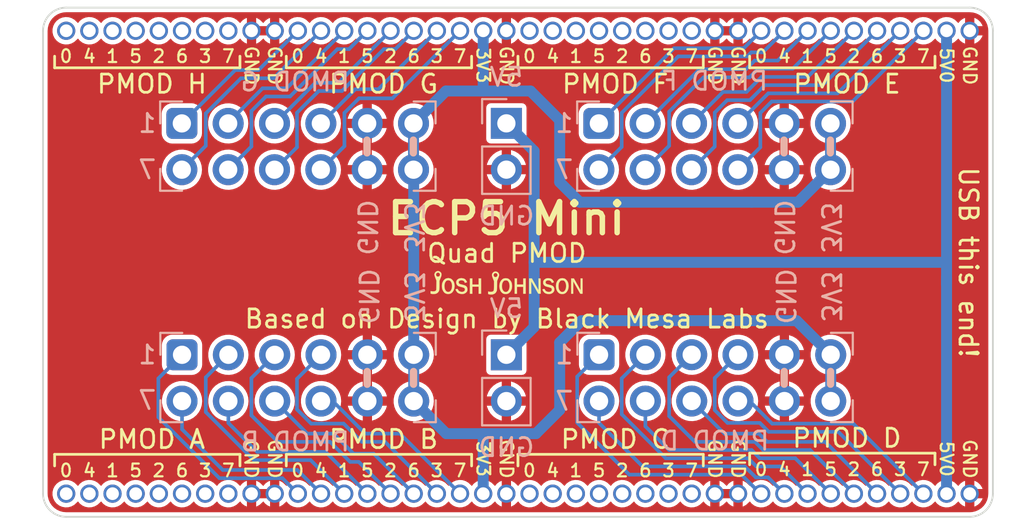
<source format=kicad_pcb>
(kicad_pcb (version 20200916) (generator pcbnew)
  (title_block (title "Quad PMOD") (date "2020-09-20") (rev "0.1") (company "Josh Johnson"))
  (layers (0 "F.Cu" signal) (31 "B.Cu" signal) (34 "B.Paste" user) (35 "F.Paste" user) (36 "B.SilkS" user) (37 "F.SilkS" user) (38 "B.Mask" user) (39 "F.Mask" user) (44 "Edge.Cuts" user))
  (net 0 "")
  (net 1 "/PORT_B0")
  (net 2 "/PORT_B4")
  (net 3 "/PORT_B1")
  (net 4 "/PORT_B5")
  (net 5 "/PORT_B2")
  (net 6 "/PORT_B6")
  (net 7 "/PORT_B3")
  (net 8 "/PORT_B7")
  (net 9 "/PORT_C0")
  (net 10 "/PORT_C4")
  (net 11 "/PORT_C1")
  (net 12 "/PORT_C5")
  (net 13 "/PORT_C2")
  (net 14 "/PORT_C6")
  (net 15 "/PORT_C3")
  (net 16 "/PORT_C7")
  (net 17 "/PORT_D0")
  (net 18 "/PORT_D4")
  (net 19 "/PORT_D1")
  (net 20 "/PORT_D5")
  (net 21 "/PORT_D2")
  (net 22 "/PORT_D6")
  (net 23 "/PORT_D3")
  (net 24 "/PORT_D7")
  (net 25 "/PORT_G0")
  (net 26 "/PORT_G4")
  (net 27 "/PORT_G1")
  (net 28 "/PORT_G5")
  (net 29 "/PORT_G2")
  (net 30 "/PORT_G6")
  (net 31 "/PORT_G3")
  (net 32 "/PORT_G7")
  (net 33 "/PORT_F0")
  (net 34 "/PORT_F4")
  (net 35 "/PORT_F1")
  (net 36 "/PORT_F5")
  (net 37 "/PORT_F2")
  (net 38 "/PORT_F6")
  (net 39 "/PORT_F3")
  (net 40 "/PORT_F7")
  (net 41 "/PORT_E0")
  (net 42 "GND")
  (net 43 "+5V")
  (net 44 "/PORT_E4")
  (net 45 "/PORT_E1")
  (net 46 "/PORT_E5")
  (net 47 "/PORT_E2")
  (net 48 "+3V3")
  (net 49 "/PORT_E6")
  (net 50 "/PORT_E3")
  (net 51 "/PORT_E7")
  (net 52 "/PORT_H7")
  (net 53 "/PORT_H3")
  (net 54 "/PORT_H6")
  (net 55 "/PORT_H2")
  (net 56 "/PORT_H5")
  (net 57 "/PORT_H1")
  (net 58 "/PORT_H4")
  (net 59 "/PORT_H0")
  (net 60 "/PORT_A0")
  (net 61 "/PORT_A4")
  (net 62 "/PORT_A1")
  (net 63 "/PORT_A5")
  (net 64 "/PORT_A2")
  (net 65 "/PORT_A6")
  (net 66 "/PORT_A3")
  (net 67 "/PORT_A7")
  (module "josh-connectors:ECP5-Mini-Edge-40x1.27" (layer "F.Cu") (at 117.348 80.264 90)
    (fp_text reference "J4" hide)
    (fp_text value "S7 Mini")
    (pad "1" thru_hole circle (at 1.27 0 90) (size 1 1) (drill 0.7) (layers *.Cu *.Mask) (net 59 "/PORT_H0") (clearance 0.25))
    (pad "2" thru_hole oval (at 1.27 1.27 90) (size 1 1) (drill 0.7) (layers *.Cu *.Mask) (net 58 "/PORT_H4") (clearance 0.25))
    (pad "3" thru_hole oval (at 1.27 2.54 90) (size 1 1) (drill 0.7) (layers *.Cu *.Mask) (net 57 "/PORT_H1") (clearance 0.25))
    (pad "4" thru_hole oval (at 1.27 3.81 90) (size 1 1) (drill 0.7) (layers *.Cu *.Mask) (net 56 "/PORT_H5") (clearance 0.25))
    (pad "5" thru_hole oval (at 1.27 5.08 90) (size 1 1) (drill 0.7) (layers *.Cu *.Mask) (net 55 "/PORT_H2") (clearance 0.25))
    (pad "6" thru_hole oval (at 1.27 6.35 90) (size 1 1) (drill 0.7) (layers *.Cu *.Mask) (net 54 "/PORT_H6") (clearance 0.25))
    (pad "7" thru_hole oval (at 1.27 7.62 90) (size 1 1) (drill 0.7) (layers *.Cu *.Mask) (net 53 "/PORT_H3") (clearance 0.25))
    (pad "8" thru_hole oval (at 1.27 8.89 90) (size 1 1) (drill 0.7) (layers *.Cu *.Mask) (net 52 "/PORT_H7") (clearance 0.25))
    (pad "9" thru_hole oval (at 1.27 10.16 90) (size 1 1) (drill 0.7) (layers *.Cu *.Mask) (net 42 "GND") (clearance 0.25))
    (pad "10" thru_hole oval (at 1.27 11.43 90) (size 1 1) (drill 0.7) (layers *.Cu *.Mask) (net 42 "GND") (clearance 0.25))
    (pad "11" thru_hole oval (at 1.27 12.7 90) (size 1 1) (drill 0.7) (layers *.Cu *.Mask) (net 25 "/PORT_G0") (clearance 0.25))
    (pad "12" thru_hole oval (at 1.27 13.97 90) (size 1 1) (drill 0.7) (layers *.Cu *.Mask) (net 26 "/PORT_G4") (clearance 0.25))
    (pad "13" thru_hole oval (at 1.27 15.24 90) (size 1 1) (drill 0.7) (layers *.Cu *.Mask) (net 27 "/PORT_G1") (clearance 0.25))
    (pad "14" thru_hole oval (at 1.27 16.51 90) (size 1 1) (drill 0.7) (layers *.Cu *.Mask) (net 28 "/PORT_G5") (clearance 0.25))
    (pad "15" thru_hole oval (at 1.27 17.78 90) (size 1 1) (drill 0.7) (layers *.Cu *.Mask) (net 29 "/PORT_G2") (clearance 0.25))
    (pad "16" thru_hole oval (at 1.27 19.05 90) (size 1 1) (drill 0.7) (layers *.Cu *.Mask) (net 30 "/PORT_G6") (clearance 0.25))
    (pad "17" thru_hole oval (at 1.27 20.32 90) (size 1 1) (drill 0.7) (layers *.Cu *.Mask) (net 31 "/PORT_G3") (clearance 0.25))
    (pad "18" thru_hole oval (at 1.27 21.59 90) (size 1 1) (drill 0.7) (layers *.Cu *.Mask) (net 32 "/PORT_G7"))
    (pad "19" thru_hole oval (at 1.27 22.86 90) (size 1 1) (drill 0.7) (layers *.Cu *.Mask) (net 48 "+3V3"))
    (pad "20" thru_hole oval (at 1.27 24.13 90) (size 1 1) (drill 0.7) (layers *.Cu *.Mask) (net 42 "GND"))
    (pad "21" thru_hole oval (at 1.27 25.4 90) (size 1 1) (drill 0.7) (layers *.Cu *.Mask) (net 33 "/PORT_F0") (clearance 0.25))
    (pad "22" thru_hole oval (at 1.27 26.67 90) (size 1 1) (drill 0.7) (layers *.Cu *.Mask) (net 34 "/PORT_F4") (clearance 0.25))
    (pad "23" thru_hole oval (at 1.27 27.94 90) (size 1 1) (drill 0.7) (layers *.Cu *.Mask) (net 35 "/PORT_F1") (clearance 0.25))
    (pad "24" thru_hole oval (at 1.27 29.21 90) (size 1 1) (drill 0.7) (layers *.Cu *.Mask) (net 36 "/PORT_F5") (clearance 0.25))
    (pad "25" thru_hole oval (at 1.27 30.48 90) (size 1 1) (drill 0.7) (layers *.Cu *.Mask) (net 37 "/PORT_F2"))
    (pad "26" thru_hole oval (at 1.27 31.75 90) (size 1 1) (drill 0.7) (layers *.Cu *.Mask) (net 38 "/PORT_F6"))
    (pad "27" thru_hole oval (at 1.27 33.02 90) (size 1 1) (drill 0.7) (layers *.Cu *.Mask) (net 39 "/PORT_F3") (clearance 0.25))
    (pad "28" thru_hole oval (at 1.27 34.29 90) (size 1 1) (drill 0.7) (layers *.Cu *.Mask) (net 40 "/PORT_F7"))
    (pad "29" thru_hole oval (at 1.27 35.56 90) (size 1 1) (drill 0.7) (layers *.Cu *.Mask) (net 42 "GND") (clearance 0.25))
    (pad "30" thru_hole oval (at 1.27 36.83 90) (size 1 1) (drill 0.7) (layers *.Cu *.Mask) (net 42 "GND") (clearance 0.25))
    (pad "31" thru_hole oval (at 1.27 38.1 90) (size 1 1) (drill 0.7) (layers *.Cu *.Mask) (net 41 "/PORT_E0"))
    (pad "32" thru_hole oval (at 1.27 39.37 90) (size 1 1) (drill 0.7) (layers *.Cu *.Mask) (net 44 "/PORT_E4") (clearance 0.25))
    (pad "33" thru_hole oval (at 1.27 40.64 90) (size 1 1) (drill 0.7) (layers *.Cu *.Mask) (net 45 "/PORT_E1") (clearance 0.25))
    (pad "34" thru_hole oval (at 1.27 41.91 90) (size 1 1) (drill 0.7) (layers *.Cu *.Mask) (net 46 "/PORT_E5") (clearance 0.25))
    (pad "35" thru_hole oval (at 1.27 43.18 90) (size 1 1) (drill 0.7) (layers *.Cu *.Mask) (net 47 "/PORT_E2") (clearance 0.25))
    (pad "36" thru_hole oval (at 1.27 44.45 90) (size 1 1) (drill 0.7) (layers *.Cu *.Mask) (net 49 "/PORT_E6"))
    (pad "37" thru_hole oval (at 1.27 45.72 90) (size 1 1) (drill 0.7) (layers *.Cu *.Mask) (net 50 "/PORT_E3") (clearance 0.25))
    (pad "38" thru_hole oval (at 1.27 46.99 90) (size 1 1) (drill 0.7) (layers *.Cu *.Mask) (net 51 "/PORT_E7"))
    (pad "39" thru_hole oval (at 1.27 48.26 90) (size 1 1) (drill 0.7) (layers *.Cu *.Mask) (net 43 "+5V"))
    (pad "40" thru_hole oval (at 1.27 49.53 90) (size 1 1) (drill 0.7) (layers *.Cu *.Mask) (net 42 "GND"))
  )
  (module "josh-logos:josh-johnson-logo-8_6x1_5" (layer "F.Cu") (at 141.5 92.8)
    (fp_text reference "LOGO1" hide)
    (fp_text value "Josh-Logo" hide)
  )
  (module "josh-connectors:PMOD_HOST" (layer "B.Cu") (at 146.558 84.074 -90)
    (fp_text reference "J8" hide)
    (fp_text value "PMOD")
    (fp_text user "3V3" (at 5.715 -12.7 -90 unlocked) (layer "B.SilkS") (effects (justify mirror)))
    (fp_text user "GND" (at 5.715 -10.14 -90 unlocked) (layer "B.SilkS") (effects (justify mirror)))
    (fp_text user "1" (at 0 1.905 unlocked) (layer "B.SilkS") (effects (justify mirror)))
    (fp_text user "7" (at 2.54 1.905 unlocked) (layer "B.SilkS") (effects (justify mirror)))
    (pad "1" thru_hole roundrect (at 0.0032 0.01044 90) (size 1.7 1.7) (drill 1) (layers *.Cu *.Mask) (roundrect_rratio 0.2) (net 41 "/PORT_E0"))
    (pad "2" thru_hole oval (at 0.0032 -2.52956 90) (size 1.7 1.7) (drill 1) (layers *.Cu *.Mask) (net 45 "/PORT_E1"))
    (pad "3" thru_hole oval (at 0.0032 -5.06956 90) (size 1.7 1.7) (drill 1) (layers *.Cu *.Mask) (net 47 "/PORT_E2"))
    (pad "4" thru_hole oval (at 0.0032 -7.60956 90) (size 1.7 1.7) (drill 1) (layers *.Cu *.Mask) (net 50 "/PORT_E3"))
    (pad "5" thru_hole oval (at 0.0032 -10.14956 90) (size 1.7 1.7) (drill 1) (layers *.Cu *.Mask) (net 42 "GND"))
    (pad "6" thru_hole oval (at 0.0032 -12.68956 90) (size 1.7 1.7) (drill 1) (layers *.Cu *.Mask) (net 48 "+3V3"))
    (pad "7" thru_hole oval (at 2.5432 0.01044 90) (size 1.7 1.7) (drill 1) (layers *.Cu *.Mask) (net 44 "/PORT_E4"))
    (pad "8" thru_hole oval (at 2.5432 -2.52956 90) (size 1.7 1.7) (drill 1) (layers *.Cu *.Mask) (net 46 "/PORT_E5"))
    (pad "9" thru_hole oval (at 2.5432 -5.06956 90) (size 1.7 1.7) (drill 1) (layers *.Cu *.Mask) (net 49 "/PORT_E6"))
    (pad "10" thru_hole oval (at 2.5432 -7.60956 90) (size 1.7 1.7) (drill 1) (layers *.Cu *.Mask) (net 51 "/PORT_E7"))
    (pad "11" thru_hole oval (at 2.5432 -10.14956 90) (size 1.7 1.7) (drill 1) (layers *.Cu *.Mask) (net 42 "GND"))
    (pad "12" thru_hole oval (at 2.5432 -12.68956 90) (size 1.7 1.7) (drill 1) (layers *.Cu *.Mask) (net 48 "+3V3"))
  )
  (module "Connector_PinSocket_2.54mm:PinSocket_1x02_P2.54mm_Vertical" (layer "B.Cu") (at 141.478 84.074 180)
    (fp_text reference "J6" hide)
    (fp_text value "PWR")
    (pad "1" thru_hole rect (at 0 0 180) (size 1.7 1.7) (drill 1) (layers *.Cu *.Mask) (net 43 "+5V"))
    (pad "2" thru_hole oval (at 0 -2.54 180) (size 1.7 1.7) (drill 1) (layers *.Cu *.Mask) (net 42 "GND"))
  )
  (module "josh-connectors:PMOD_HOST" (layer "B.Cu") (at 123.698 84.074 -90)
    (fp_text reference "J7" hide)
    (fp_text value "PMOD")
    (fp_text user "7" (at 2.54 1.905 unlocked) (layer "B.SilkS") (effects (justify mirror)))
    (fp_text user "1" (at 0 1.905 unlocked) (layer "B.SilkS") (effects (justify mirror)))
    (fp_text user "GND" (at 5.715 -10.14 -90 unlocked) (layer "B.SilkS") (effects (justify mirror)))
    (fp_text user "3V3" (at 5.715 -12.7 -90 unlocked) (layer "B.SilkS") (effects (justify mirror)))
    (pad "1" thru_hole roundrect (at 0.0032 0.01044 90) (size 1.7 1.7) (drill 1) (layers *.Cu *.Mask) (roundrect_rratio 0.2) (net 25 "/PORT_G0"))
    (pad "2" thru_hole oval (at 0.0032 -2.52956 90) (size 1.7 1.7) (drill 1) (layers *.Cu *.Mask) (net 27 "/PORT_G1"))
    (pad "3" thru_hole oval (at 0.0032 -5.06956 90) (size 1.7 1.7) (drill 1) (layers *.Cu *.Mask) (net 29 "/PORT_G2"))
    (pad "4" thru_hole oval (at 0.0032 -7.60956 90) (size 1.7 1.7) (drill 1) (layers *.Cu *.Mask) (net 31 "/PORT_G3"))
    (pad "5" thru_hole oval (at 0.0032 -10.14956 90) (size 1.7 1.7) (drill 1) (layers *.Cu *.Mask) (net 42 "GND"))
    (pad "6" thru_hole oval (at 0.0032 -12.68956 90) (size 1.7 1.7) (drill 1) (layers *.Cu *.Mask) (net 48 "+3V3"))
    (pad "7" thru_hole oval (at 2.5432 0.01044 90) (size 1.7 1.7) (drill 1) (layers *.Cu *.Mask) (net 26 "/PORT_G4"))
    (pad "8" thru_hole oval (at 2.5432 -2.52956 90) (size 1.7 1.7) (drill 1) (layers *.Cu *.Mask) (net 28 "/PORT_G5"))
    (pad "9" thru_hole oval (at 2.5432 -5.06956 90) (size 1.7 1.7) (drill 1) (layers *.Cu *.Mask) (net 30 "/PORT_G6"))
    (pad "10" thru_hole oval (at 2.5432 -7.60956 90) (size 1.7 1.7) (drill 1) (layers *.Cu *.Mask) (net 32 "/PORT_G7"))
    (pad "11" thru_hole oval (at 2.5432 -10.14956 90) (size 1.7 1.7) (drill 1) (layers *.Cu *.Mask) (net 42 "GND"))
    (pad "12" thru_hole oval (at 2.5432 -12.68956 90) (size 1.7 1.7) (drill 1) (layers *.Cu *.Mask) (net 48 "+3V3"))
  )
  (module "josh-connectors:ECP5-Mini-Edge-40x1.27" (layer "B.Cu") (at 117.348 103.124 -90)
    (fp_text reference "J3" hide)
    (fp_text value "S7 Mini")
    (pad "1" thru_hole circle (at 1.27 0 270) (size 1 1) (drill 0.7) (layers *.Cu *.Mask) (net 60 "/PORT_A0") (clearance 0.25))
    (pad "2" thru_hole oval (at 1.27 -1.27 270) (size 1 1) (drill 0.7) (layers *.Cu *.Mask) (net 61 "/PORT_A4") (clearance 0.25))
    (pad "3" thru_hole oval (at 1.27 -2.54 270) (size 1 1) (drill 0.7) (layers *.Cu *.Mask) (net 62 "/PORT_A1") (clearance 0.25))
    (pad "4" thru_hole oval (at 1.27 -3.81 270) (size 1 1) (drill 0.7) (layers *.Cu *.Mask) (net 63 "/PORT_A5") (clearance 0.25))
    (pad "5" thru_hole oval (at 1.27 -5.08 270) (size 1 1) (drill 0.7) (layers *.Cu *.Mask) (net 64 "/PORT_A2") (clearance 0.25))
    (pad "6" thru_hole oval (at 1.27 -6.35 270) (size 1 1) (drill 0.7) (layers *.Cu *.Mask) (net 65 "/PORT_A6") (clearance 0.25))
    (pad "7" thru_hole oval (at 1.27 -7.62 270) (size 1 1) (drill 0.7) (layers *.Cu *.Mask) (net 66 "/PORT_A3") (clearance 0.25))
    (pad "8" thru_hole oval (at 1.27 -8.89 270) (size 1 1) (drill 0.7) (layers *.Cu *.Mask) (net 67 "/PORT_A7") (clearance 0.25))
    (pad "9" thru_hole oval (at 1.27 -10.16 270) (size 1 1) (drill 0.7) (layers *.Cu *.Mask) (net 42 "GND") (clearance 0.25))
    (pad "10" thru_hole oval (at 1.27 -11.43 270) (size 1 1) (drill 0.7) (layers *.Cu *.Mask) (net 42 "GND") (clearance 0.25))
    (pad "11" thru_hole oval (at 1.27 -12.7 270) (size 1 1) (drill 0.7) (layers *.Cu *.Mask) (net 1 "/PORT_B0") (clearance 0.25))
    (pad "12" thru_hole oval (at 1.27 -13.97 270) (size 1 1) (drill 0.7) (layers *.Cu *.Mask) (net 2 "/PORT_B4") (clearance 0.25))
    (pad "13" thru_hole oval (at 1.27 -15.24 270) (size 1 1) (drill 0.7) (layers *.Cu *.Mask) (net 3 "/PORT_B1") (clearance 0.25))
    (pad "14" thru_hole oval (at 1.27 -16.51 270) (size 1 1) (drill 0.7) (layers *.Cu *.Mask) (net 4 "/PORT_B5") (clearance 0.25))
    (pad "15" thru_hole oval (at 1.27 -17.78 270) (size 1 1) (drill 0.7) (layers *.Cu *.Mask) (net 5 "/PORT_B2") (clearance 0.25))
    (pad "16" thru_hole oval (at 1.27 -19.05 270) (size 1 1) (drill 0.7) (layers *.Cu *.Mask) (net 6 "/PORT_B6") (clearance 0.25))
    (pad "17" thru_hole oval (at 1.27 -20.32 270) (size 1 1) (drill 0.7) (layers *.Cu *.Mask) (net 7 "/PORT_B3") (clearance 0.25))
    (pad "18" thru_hole oval (at 1.27 -21.59 270) (size 1 1) (drill 0.7) (layers *.Cu *.Mask) (net 8 "/PORT_B7"))
    (pad "19" thru_hole oval (at 1.27 -22.86 270) (size 1 1) (drill 0.7) (layers *.Cu *.Mask) (net 48 "+3V3"))
    (pad "20" thru_hole oval (at 1.27 -24.13 270) (size 1 1) (drill 0.7) (layers *.Cu *.Mask) (net 42 "GND"))
    (pad "21" thru_hole oval (at 1.27 -25.4 270) (size 1 1) (drill 0.7) (layers *.Cu *.Mask) (net 9 "/PORT_C0") (clearance 0.25))
    (pad "22" thru_hole oval (at 1.27 -26.67 270) (size 1 1) (drill 0.7) (layers *.Cu *.Mask) (net 10 "/PORT_C4") (clearance 0.25))
    (pad "23" thru_hole oval (at 1.27 -27.94 270) (size 1 1) (drill 0.7) (layers *.Cu *.Mask) (net 11 "/PORT_C1") (clearance 0.25))
    (pad "24" thru_hole oval (at 1.27 -29.21 270) (size 1 1) (drill 0.7) (layers *.Cu *.Mask) (net 12 "/PORT_C5") (clearance 0.25))
    (pad "25" thru_hole oval (at 1.27 -30.48 270) (size 1 1) (drill 0.7) (layers *.Cu *.Mask) (net 13 "/PORT_C2"))
    (pad "26" thru_hole oval (at 1.27 -31.75 270) (size 1 1) (drill 0.7) (layers *.Cu *.Mask) (net 14 "/PORT_C6"))
    (pad "27" thru_hole oval (at 1.27 -33.02 270) (size 1 1) (drill 0.7) (layers *.Cu *.Mask) (net 15 "/PORT_C3") (clearance 0.25))
    (pad "28" thru_hole oval (at 1.27 -34.29 270) (size 1 1) (drill 0.7) (layers *.Cu *.Mask) (net 16 "/PORT_C7"))
    (pad "29" thru_hole oval (at 1.27 -35.56 270) (size 1 1) (drill 0.7) (layers *.Cu *.Mask) (net 42 "GND") (clearance 0.25))
    (pad "30" thru_hole oval (at 1.27 -36.83 270) (size 1 1) (drill 0.7) (layers *.Cu *.Mask) (net 42 "GND") (clearance 0.25))
    (pad "31" thru_hole oval (at 1.27 -38.1 270) (size 1 1) (drill 0.7) (layers *.Cu *.Mask) (net 17 "/PORT_D0"))
    (pad "32" thru_hole oval (at 1.27 -39.37 270) (size 1 1) (drill 0.7) (layers *.Cu *.Mask) (net 18 "/PORT_D4") (clearance 0.25))
    (pad "33" thru_hole oval (at 1.27 -40.64 270) (size 1 1) (drill 0.7) (layers *.Cu *.Mask) (net 19 "/PORT_D1") (clearance 0.25))
    (pad "34" thru_hole oval (at 1.27 -41.91 270) (size 1 1) (drill 0.7) (layers *.Cu *.Mask) (net 20 "/PORT_D5") (clearance 0.25))
    (pad "35" thru_hole oval (at 1.27 -43.18 270) (size 1 1) (drill 0.7) (layers *.Cu *.Mask) (net 21 "/PORT_D2") (clearance 0.25))
    (pad "36" thru_hole oval (at 1.27 -44.45 270) (size 1 1) (drill 0.7) (layers *.Cu *.Mask) (net 22 "/PORT_D6"))
    (pad "37" thru_hole oval (at 1.27 -45.72 270) (size 1 1) (drill 0.7) (layers *.Cu *.Mask) (net 23 "/PORT_D3") (clearance 0.25))
    (pad "38" thru_hole oval (at 1.27 -46.99 270) (size 1 1) (drill 0.7) (layers *.Cu *.Mask) (net 24 "/PORT_D7"))
    (pad "39" thru_hole oval (at 1.27 -48.26 270) (size 1 1) (drill 0.7) (layers *.Cu *.Mask) (net 43 "+5V"))
    (pad "40" thru_hole oval (at 1.27 -49.53 270) (size 1 1) (drill 0.7) (layers *.Cu *.Mask) (net 42 "GND"))
  )
  (module "josh-connectors:PMOD_HOST" (layer "B.Cu") (at 146.56844 96.7676 -90)
    (fp_text reference "J2" hide)
    (fp_text value "PMOD")
    (fp_text user "7" (at 2.5464 1.91544 unlocked) (layer "B.SilkS") (effects (justify mirror)))
    (fp_text user "3V3" (at -3.2 -12.7 -90 unlocked) (layer "B.SilkS") (effects (justify mirror)))
    (fp_text user "1" (at 0.0064 1.91544 unlocked) (layer "B.SilkS") (effects (justify mirror)))
    (fp_text user "GND" (at -3.2 -10.2 -90 unlocked) (layer "B.SilkS") (effects (justify mirror)))
    (pad "1" thru_hole roundrect (at 0.0032 0.01044 90) (size 1.7 1.7) (drill 1) (layers *.Cu *.Mask) (roundrect_rratio 0.2) (net 17 "/PORT_D0"))
    (pad "2" thru_hole oval (at 0.0032 -2.52956 90) (size 1.7 1.7) (drill 1) (layers *.Cu *.Mask) (net 19 "/PORT_D1"))
    (pad "3" thru_hole oval (at 0.0032 -5.06956 90) (size 1.7 1.7) (drill 1) (layers *.Cu *.Mask) (net 21 "/PORT_D2"))
    (pad "4" thru_hole oval (at 0.0032 -7.60956 90) (size 1.7 1.7) (drill 1) (layers *.Cu *.Mask) (net 23 "/PORT_D3"))
    (pad "5" thru_hole oval (at 0.0032 -10.14956 90) (size 1.7 1.7) (drill 1) (layers *.Cu *.Mask) (net 42 "GND"))
    (pad "6" thru_hole oval (at 0.0032 -12.68956 90) (size 1.7 1.7) (drill 1) (layers *.Cu *.Mask) (net 48 "+3V3"))
    (pad "7" thru_hole oval (at 2.5432 0.01044 90) (size 1.7 1.7) (drill 1) (layers *.Cu *.Mask) (net 18 "/PORT_D4"))
    (pad "8" thru_hole oval (at 2.5432 -2.52956 90) (size 1.7 1.7) (drill 1) (layers *.Cu *.Mask) (net 20 "/PORT_D5"))
    (pad "9" thru_hole oval (at 2.5432 -5.06956 90) (size 1.7 1.7) (drill 1) (layers *.Cu *.Mask) (net 22 "/PORT_D6"))
    (pad "10" thru_hole oval (at 2.5432 -7.60956 90) (size 1.7 1.7) (drill 1) (layers *.Cu *.Mask) (net 24 "/PORT_D7"))
    (pad "11" thru_hole oval (at 2.5432 -10.14956 90) (size 1.7 1.7) (drill 1) (layers *.Cu *.Mask) (net 42 "GND"))
    (pad "12" thru_hole oval (at 2.5432 -12.68956 90) (size 1.7 1.7) (drill 1) (layers *.Cu *.Mask) (net 48 "+3V3"))
  )
  (module "Connector_PinSocket_2.54mm:PinSocket_1x02_P2.54mm_Vertical" (layer "B.Cu") (at 141.478 96.774 180)
    (fp_text reference "J5" hide)
    (fp_text value "PWR")
    (pad "1" thru_hole rect (at 0 0 180) (size 1.7 1.7) (drill 1) (layers *.Cu *.Mask) (net 43 "+5V"))
    (pad "2" thru_hole oval (at 0 -2.54 180) (size 1.7 1.7) (drill 1) (layers *.Cu *.Mask) (net 42 "GND"))
  )
  (module "josh-connectors:PMOD_HOST" (layer "B.Cu") (at 123.70844 96.7708 -90)
    (fp_text reference "J1" hide)
    (fp_text value "PMOD")
    (fp_text user "GND" (at -3.2 -10.2 -90 unlocked) (layer "B.SilkS") (effects (justify mirror)))
    (fp_text user "3V3" (at -3.2 -12.7 -90 unlocked) (layer "B.SilkS") (effects (justify mirror)))
    (fp_text user "7" (at 2.5 1.91544 unlocked) (layer "B.SilkS") (effects (justify mirror)))
    (fp_text user "1" (at 0.0032 1.91544 unlocked) (layer "B.SilkS") (effects (justify mirror)))
    (pad "1" thru_hole roundrect (at 0.0032 0.01044 90) (size 1.7 1.7) (drill 1) (layers *.Cu *.Mask) (roundrect_rratio 0.2) (net 1 "/PORT_B0"))
    (pad "2" thru_hole oval (at 0.0032 -2.52956 90) (size 1.7 1.7) (drill 1) (layers *.Cu *.Mask) (net 3 "/PORT_B1"))
    (pad "3" thru_hole oval (at 0.0032 -5.06956 90) (size 1.7 1.7) (drill 1) (layers *.Cu *.Mask) (net 5 "/PORT_B2"))
    (pad "4" thru_hole oval (at 0.0032 -7.60956 90) (size 1.7 1.7) (drill 1) (layers *.Cu *.Mask) (net 7 "/PORT_B3"))
    (pad "5" thru_hole oval (at 0.0032 -10.14956 90) (size 1.7 1.7) (drill 1) (layers *.Cu *.Mask) (net 42 "GND"))
    (pad "6" thru_hole oval (at 0.0032 -12.68956 90) (size 1.7 1.7) (drill 1) (layers *.Cu *.Mask) (net 48 "+3V3"))
    (pad "7" thru_hole oval (at 2.5432 0.01044 90) (size 1.7 1.7) (drill 1) (layers *.Cu *.Mask) (net 2 "/PORT_B4"))
    (pad "8" thru_hole oval (at 2.5432 -2.52956 90) (size 1.7 1.7) (drill 1) (layers *.Cu *.Mask) (net 4 "/PORT_B5"))
    (pad "9" thru_hole oval (at 2.5432 -5.06956 90) (size 1.7 1.7) (drill 1) (layers *.Cu *.Mask) (net 6 "/PORT_B6"))
    (pad "10" thru_hole oval (at 2.5432 -7.60956 90) (size 1.7 1.7) (drill 1) (layers *.Cu *.Mask) (net 8 "/PORT_B7"))
    (pad "11" thru_hole oval (at 2.5432 -10.14956 90) (size 1.7 1.7) (drill 1) (layers *.Cu *.Mask) (net 42 "GND"))
    (pad "12" thru_hole oval (at 2.5432 -12.68956 90) (size 1.7 1.7) (drill 1) (layers *.Cu *.Mask) (net 48 "+3V3"))
  )
  (gr_line (start 139.573 102.87) (end 139.573 102.235) (layer "F.SilkS") (width 0.15))
  (gr_line (start 152.273 102.235) (end 142.113 102.235) (layer "F.SilkS") (width 0.15))
  (gr_line (start 126.873 102.235) (end 116.713 102.235) (layer "F.SilkS") (width 0.15))
  (gr_line (start 154.813 80.391) (end 154.813 81.026) (layer "F.SilkS") (width 0.15))
  (gr_line (start 129.413 102.235) (end 129.413 102.87) (layer "F.SilkS") (width 0.15))
  (gr_line (start 164.973 102.8065) (end 164.973 102.1715) (layer "F.SilkS") (width 0.15))
  (gr_line (start 139.573 81.026) (end 139.573 80.391) (layer "F.SilkS") (width 0.15))
  (gr_line (start 116.713 81.026) (end 126.873 81.026) (layer "F.SilkS") (width 0.15))
  (gr_line (start 152.273 81.026) (end 152.273 80.391) (layer "F.SilkS") (width 0.15))
  (gr_line (start 142.113 80.391) (end 142.113 81.026) (layer "F.SilkS") (width 0.15))
  (gr_line (start 142.113 81.026) (end 152.273 81.026) (layer "F.SilkS") (width 0.15))
  (gr_line (start 129.413 80.391) (end 129.413 81.026) (layer "F.SilkS") (width 0.15))
  (gr_line (start 116.713 102.235) (end 116.713 102.87) (layer "F.SilkS") (width 0.15))
  (gr_line (start 164.973 102.1715) (end 154.813 102.1715) (layer "F.SilkS") (width 0.15))
  (gr_line (start 126.873 102.87) (end 126.873 102.235) (layer "F.SilkS") (width 0.15))
  (gr_line (start 139.573 102.235) (end 129.413 102.235) (layer "F.SilkS") (width 0.15))
  (gr_line (start 164.973 81.026) (end 164.973 80.391) (layer "F.SilkS") (width 0.15))
  (gr_line (start 154.813 102.1715) (end 154.813 102.8065) (layer "F.SilkS") (width 0.15))
  (gr_line (start 116.713 80.391) (end 116.713 81.026) (layer "F.SilkS") (width 0.15))
  (gr_line (start 154.813 81.026) (end 164.973 81.026) (layer "F.SilkS") (width 0.15))
  (gr_line (start 142.113 102.235) (end 142.113 102.87) (layer "F.SilkS") (width 0.15))
  (gr_line (start 152.273 102.87) (end 152.273 102.235) (layer "F.SilkS") (width 0.15))
  (gr_line (start 129.413 81.026) (end 139.573 81.026) (layer "F.SilkS") (width 0.15))
  (gr_line (start 126.873 81.026) (end 126.873 80.391) (layer "F.SilkS") (width 0.15))
  (gr_arc (start 117.348 78.994) (end 117.348 77.724) (angle -90) (layer "Edge.Cuts") (width 0.1))
  (gr_arc (start 166.878 78.994) (end 168.148 78.994) (angle -90) (layer "Edge.Cuts") (width 0.1))
  (gr_line (start 116.078 104.394) (end 116.078 78.994) (layer "Edge.Cuts") (width 0.1))
  (gr_line (start 117.348 77.724) (end 166.878 77.724) (layer "Edge.Cuts") (width 0.1))
  (gr_line (start 166.878 105.664) (end 117.348 105.664) (layer "Edge.Cuts") (width 0.1))
  (gr_arc (start 117.348 104.394) (end 116.078 104.394) (angle -90) (layer "Edge.Cuts") (width 0.1))
  (gr_line (start 168.148 78.994) (end 168.148 104.394) (layer "Edge.Cuts") (width 0.1))
  (gr_arc (start 166.878 104.394) (end 166.878 105.664) (angle -90) (layer "Edge.Cuts") (width 0.1))
  (gr_text "5V" (at 141.478 94.234) (layer "B.SilkS") (effects (font (size 1 1)) (justify mirror)))
  (gr_text "PMOD G" (at 129.899999 81.8) (layer "B.SilkS") (effects (font (size 1 1)) (justify mirror)))
  (gr_text "GND" (at 141.478 101.854) (layer "B.SilkS") (effects (font (size 1 1)) (justify mirror)))
  (gr_text "PMOD B" (at 129.899999 101.5475) (layer "B.SilkS") (effects (font (size 1 1)) (justify mirror)))
  (gr_text "PMOD D" (at 152.9 101.5) (layer "B.SilkS") (effects (font (size 1 1)) (justify mirror)))
  (gr_text "PMOD F" (at 152.9 81.7525) (layer "B.SilkS") (effects (font (size 1 1)) (justify mirror)))
  (gr_text "GND" (at 141.478 89.154) (layer "B.SilkS") (effects (font (size 1 1)) (justify mirror)))
  (gr_text "5V" (at 141.478 81.534) (layer "B.SilkS") (effects (font (size 1 1)) (justify mirror)))
  (gr_text "5" (at 146.558 80.391) (layer "F.SilkS") (effects (font (size 0.7 0.7) (thickness 0.12))))
  (gr_text "7" (at 151.638 103.124) (layer "F.SilkS") (effects (font (size 0.7 0.7) (thickness 0.12))))
  (gr_text "PMOD A" (at 122.047 101.4095) (layer "F.SilkS") (effects (font (size 1 1))))
  (gr_text "ECP5 Mini" (at 141.478 89.3) (layer "F.SilkS") (effects (font (size 1.7 1.7) (thickness 0.3))))
  (gr_text "GND" (at 166.878 102.489 270) (layer "F.SilkS") (effects (font (size 0.7 0.7) (thickness 0.12))))
  (gr_text "7" (at 138.938 80.391) (layer "F.SilkS") (effects (font (size 0.7 0.7) (thickness 0.12))))
  (gr_text "3V3" (at 140.208 102.489 270) (layer "F.SilkS") (effects (font (size 0.7 0.7) (thickness 0.12))))
  (gr_text "PMOD B" (at 134.747 101.4095) (layer "F.SilkS") (effects (font (size 1 1))))
  (gr_text "GND" (at 152.908 80.899 270) (layer "F.SilkS") (effects (font (size 0.7 0.7) (thickness 0.12))))
  (gr_text "5" (at 159.258 103.0605) (layer "F.SilkS") (effects (font (size 0.7 0.7) (thickness 0.12))))
  (gr_text "2" (at 147.828 103.124) (layer "F.SilkS") (effects (font (size 0.7 0.7) (thickness 0.12))))
  (gr_text "1" (at 132.588 80.391) (layer "F.SilkS") (effects (font (size 0.7 0.7) (thickness 0.12))))
  (gr_text "4" (at 156.718 80.391) (layer "F.SilkS") (effects (font (size 0.7 0.7) (thickness 0.12))))
  (gr_text "USB this end!" (at 166.8 91.7 270) (layer "F.SilkS") (effects (font (size 1 1))))
  (gr_text "4" (at 131.318 103.124) (layer "F.SilkS") (effects (font (size 0.7 0.7) (thickness 0.12))))
  (gr_text "3" (at 137.668 103.124) (layer "F.SilkS") (effects (font (size 0.7 0.7) (thickness 0.12))))
  (gr_text "PMOD H" (at 122.047 81.915) (layer "F.SilkS") (effects (font (size 1 1))))
  (gr_text "3" (at 124.968 80.391) (layer "F.SilkS") (effects (font (size 0.7 0.7) (thickness 0.12))))
  (gr_text "0" (at 117.338 80.391) (layer "F.SilkS") (effects (font (size 0.7 0.7) (thickness 0.12))))
  (gr_text "GND" (at 127.488 102.489 270) (layer "F.SilkS") (effects (font (size 0.7 0.7) (thickness 0.12))))
  (gr_text "2" (at 160.528 80.391) (layer "F.SilkS") (effects (font (size 0.7 0.7) (thickness 0.12))))
  (gr_text "1" (at 119.888 80.391) (layer "F.SilkS") (effects (font (size 0.7 0.7) (thickness 0.12))))
  (gr_text "PMOD C" (at 147.447 101.4095) (layer "F.SilkS") (effects (font (size 1 1))))
  (gr_text "0" (at 130.038 80.391) (layer "F.SilkS") (effects (font (size 0.7 0.7) (thickness 0.12))))
  (gr_text "GND" (at 128.778 80.899 270) (layer "F.SilkS") (effects (font (size 0.7 0.7) (thickness 0.12))))
  (gr_text "0" (at 155.438 103.0605) (layer "F.SilkS") (effects (font (size 0.7 0.7) (thickness 0.12))))
  (gr_text "GND" (at 166.878 80.899 270) (layer "F.SilkS") (effects (font (size 0.7 0.7) (thickness 0.12))))
  (gr_text "2" (at 135.128 80.391) (layer "F.SilkS") (effects (font (size 0.7 0.7) (thickness 0.12))))
  (gr_text "4" (at 156.718 103.0605) (layer "F.SilkS") (effects (font (size 0.7 0.7) (thickness 0.12))))
  (gr_text "5" (at 133.858 80.391) (layer "F.SilkS") (effects (font (size 0.7 0.7) (thickness 0.12))))
  (gr_text "4" (at 118.618 103.124) (layer "F.SilkS") (effects (font (size 0.7 0.7) (thickness 0.12))))
  (gr_text "5" (at 121.158 80.391) (layer "F.SilkS") (effects (font (size 0.7 0.7) (thickness 0.12))))
  (gr_text "2" (at 135.128 103.124) (layer "F.SilkS") (effects (font (size 0.7 0.7) (thickness 0.12))))
  (gr_text "3" (at 150.368 80.391) (layer "F.SilkS") (effects (font (size 0.7 0.7) (thickness 0.12))))
  (gr_text "4" (at 118.618 80.391) (layer "F.SilkS") (effects (font (size 0.7 0.7) (thickness 0.12))))
  (gr_text "0" (at 142.738 103.124) (layer "F.SilkS") (effects (font (size 0.7 0.7) (thickness 0.12))))
  (gr_text "7" (at 138.938 103.124) (layer "F.SilkS") (effects (font (size 0.7 0.7) (thickness 0.12))))
  (gr_text "1" (at 132.588 103.124) (layer "F.SilkS") (effects (font (size 0.7 0.7) (thickness 0.12))))
  (gr_text "5" (at 159.258 80.391) (layer "F.SilkS") (effects (font (size 0.7 0.7) (thickness 0.12))))
  (gr_text "6" (at 136.398 80.391) (layer "F.SilkS") (effects (font (size 0.7 0.7) (thickness 0.12))))
  (gr_text "5" (at 146.558 103.124) (layer "F.SilkS") (effects (font (size 0.7 0.7) (thickness 0.12))))
  (gr_text "GND" (at 141.478 80.899 270) (layer "F.SilkS") (effects (font (size 0.7 0.7) (thickness 0.12))))
  (gr_text "3" (at 124.968 103.124) (layer "F.SilkS") (effects (font (size 0.7 0.7) (thickness 0.12))))
  (gr_text "1" (at 157.988 103.0605) (layer "F.SilkS") (effects (font (size 0.7 0.7) (thickness 0.12))))
  (gr_text "4" (at 144.018 103.124) (layer "F.SilkS") (effects (font (size 0.7 0.7) (thickness 0.12))))
  (gr_text "1" (at 157.988 80.391) (layer "F.SilkS") (effects (font (size 0.7 0.7) (thickness 0.12))))
  (gr_text "5V0" (at 165.608 102.489 270) (layer "F.SilkS") (effects (font (size 0.7 0.7) (thickness 0.12))))
  (gr_text "GND" (at 127.508 80.899 270) (layer "F.SilkS") (effects (font (size 0.7 0.7) (thickness 0.12))))
  (gr_text "PMOD E" (at 160.147 81.915) (layer "F.SilkS") (effects (font (size 1 1))))
  (gr_text "5" (at 133.858 103.124) (layer "F.SilkS") (effects (font (size 0.7 0.7) (thickness 0.12))))
  (gr_text "6" (at 161.798 103.0605) (layer "F.SilkS") (effects (font (size 0.7 0.7) (thickness 0.12))))
  (gr_text "7" (at 151.638 80.391) (layer "F.SilkS") (effects (font (size 0.7 0.7) (thickness 0.12))))
  (gr_text "7" (at 164.338 80.391) (layer "F.SilkS") (effects (font (size 0.7 0.7) (thickness 0.12))))
  (gr_text "4" (at 131.318 80.391) (layer "F.SilkS") (effects (font (size 0.7 0.7) (thickness 0.12))))
  (gr_text "1" (at 119.888 103.124) (layer "F.SilkS") (effects (font (size 0.7 0.7) (thickness 0.12))))
  (gr_text "6" (at 123.698 103.124) (layer "F.SilkS") (effects (font (size 0.7 0.7) (thickness 0.12))))
  (gr_text "6" (at 161.798 80.391) (layer "F.SilkS") (effects (font (size 0.7 0.7) (thickness 0.12))))
  (gr_text "3V3" (at 140.208 80.899 270) (layer "F.SilkS") (effects (font (size 0.7 0.7) (thickness 0.12))))
  (gr_text "GND" (at 141.478 102.489 270) (layer "F.SilkS") (effects (font (size 0.7 0.7) (thickness 0.12))))
  (gr_text "3" (at 163.068 103.0605) (layer "F.SilkS") (effects (font (size 0.7 0.7) (thickness 0.12))))
  (gr_text "0" (at 142.738 80.391) (layer "F.SilkS") (effects (font (size 0.7 0.7) (thickness 0.12))))
  (gr_text "6" (at 123.698 80.391) (layer "F.SilkS") (effects (font (size 0.7 0.7) (thickness 0.12))))
  (gr_text "7" (at 126.238 80.391) (layer "F.SilkS") (effects (font (size 0.7 0.7) (thickness 0.12))))
  (gr_text "1" (at 145.288 103.124) (layer "F.SilkS") (effects (font (size 0.7 0.7) (thickness 0.12))))
  (gr_text "6" (at 149.098 103.124) (layer "F.SilkS") (effects (font (size 0.7 0.7) (thickness 0.12))))
  (gr_text "Quad PMOD" (at 141.5 91.2) (layer "F.SilkS") (effects (font (size 1 1))))
  (gr_text "PMOD G" (at 134.747 81.915) (layer "F.SilkS") (effects (font (size 1 1))))
  (gr_text "3" (at 137.668 80.391) (layer "F.SilkS") (effects (font (size 0.7 0.7) (thickness 0.12))))
  (gr_text "0" (at 155.438 80.391) (layer "F.SilkS") (effects (font (size 0.7 0.7) (thickness 0.12))))
  (gr_text "7" (at 126.238 103.124) (layer "F.SilkS") (effects (font (size 0.7 0.7) (thickness 0.12))))
  (gr_text "7" (at 164.338 103.0605) (layer "F.SilkS") (effects (font (size 0.7 0.7) (thickness 0.12))))
  (gr_text "0" (at 117.338 103.124) (layer "F.SilkS") (effects (font (size 0.7 0.7) (thickness 0.12))))
  (gr_text "1" (at 145.288 80.391) (layer "F.SilkS") (effects (font (size 0.7 0.7) (thickness 0.12))))
  (gr_text "0" (at 130.038 103.124) (layer "F.SilkS") (effects (font (size 0.7 0.7) (thickness 0.12))))
  (gr_text "2" (at 147.828 80.391) (layer "F.SilkS") (effects (font (size 0.7 0.7) (thickness 0.12))))
  (gr_text "5" (at 121.158 103.124) (layer "F.SilkS") (effects (font (size 0.7 0.7) (thickness 0.12))))
  (gr_text "2" (at 122.428 103.124) (layer "F.SilkS") (effects (font (size 0.7 0.7) (thickness 0.12))))
  (gr_text "4" (at 144.018 80.391) (layer "F.SilkS") (effects (font (size 0.7 0.7) (thickness 0.12))))
  (gr_text "GND" (at 154.178 102.489 270) (layer "F.SilkS") (effects (font (size 0.7 0.7) (thickness 0.12))))
  (gr_text "2" (at 122.428 80.391) (layer "F.SilkS") (effects (font (size 0.7 0.7) (thickness 0.12))))
  (gr_text "GND" (at 128.778 102.489 270) (layer "F.SilkS") (effects (font (size 0.7 0.7) (thickness 0.12))))
  (gr_text "3" (at 163.068 80.391) (layer "F.SilkS") (effects (font (size 0.7 0.7) (thickness 0.12))))
  (gr_text "3" (at 150.368 103.124) (layer "F.SilkS") (effects (font (size 0.7 0.7) (thickness 0.12))))
  (gr_text "PMOD F" (at 147.447 81.915) (layer "F.SilkS") (effects (font (size 1 1))))
  (gr_text "5V0" (at 165.608 80.899 270) (layer "F.SilkS") (effects (font (size 0.7 0.7) (thickness 0.12))))
  (gr_text "2" (at 160.528 103.0605) (layer "F.SilkS") (effects (font (size 0.7 0.7) (thickness 0.12))))
  (gr_text "6" (at 149.098 80.391) (layer "F.SilkS") (effects (font (size 0.7 0.7) (thickness 0.12))))
  (gr_text "GND" (at 154.178 80.899 270) (layer "F.SilkS") (effects (font (size 0.7 0.7) (thickness 0.12))))
  (gr_text "Based on Design by Black Mesa Labs" (at 141.5 94.8) (layer "F.SilkS") (effects (font (size 1 1))))
  (gr_text "6" (at 136.398 103.124) (layer "F.SilkS") (effects (font (size 0.7 0.7) (thickness 0.12))))
  (gr_text "GND" (at 152.908 102.489 270) (layer "F.SilkS") (effects (font (size 0.7 0.7) (thickness 0.12))))
  (gr_text "PMOD D" (at 160.147 101.346) (layer "F.SilkS") (effects (font (size 1 1))))
  (segment (start 127.099999 103.543999) (end 127.093987 103.550011) (width 0.2) (layer "B.Cu") (net 1))
  (segment (start 127.922013 103.550011) (end 127.916001 103.543999) (width 0.2) (layer "B.Cu") (net 1))
  (segment (start 127.093987 103.550011) (end 126.652013 103.550011) (width 0.2) (layer "B.Cu") (net 1))
  (segment (start 129.197999 103.543999) (end 128.369999 103.543999) (width 0.2) (layer "B.Cu") (net 1))
  (segment (start 126.646001 103.543999) (end 125.743999 103.543999) (width 0.2) (layer "B.Cu") (net 1))
  (segment (start 122.4 98.072) (end 123.698 96.774) (width 0.2) (layer "B.Cu") (net 1))
  (segment (start 127.916001 103.543999) (end 127.099999 103.543999) (width 0.2) (layer "B.Cu") (net 1))
  (segment (start 125.743999 103.543999) (end 122.4 100.2) (width 0.2) (layer "B.Cu") (net 1))
  (segment (start 128.369999 103.543999) (end 128.363987 103.550011) (width 0.2) (layer "B.Cu") (net 1))
  (segment (start 128.363987 103.550011) (end 127.922013 103.550011) (width 0.2) (layer "B.Cu") (net 1))
  (segment (start 122.4 100.2) (end 122.4 98.072) (width 0.2) (layer "B.Cu") (net 1))
  (segment (start 130.048 104.394) (end 129.197999 103.543999) (width 0.2) (layer "B.Cu") (net 1))
  (segment (start 126.652013 103.550011) (end 126.646001 103.543999) (width 0.2) (layer "B.Cu") (net 1))
  (segment (start 123.698 99.314) (end 123.698 100.86159) (width 0.2) (layer "B.Cu") (net 2))
  (segment (start 125.930398 103.093988) (end 130.017988 103.093988) (width 0.2) (layer "B.Cu") (net 2))
  (segment (start 130.017988 103.093988) (end 131.318 104.394) (width 0.2) (layer "B.Cu") (net 2))
  (segment (start 123.698 100.86159) (end 125.930398 103.093988) (width 0.2) (layer "B.Cu") (net 2))
  (segment (start 125 99.914492) (end 127.635519 102.550011) (width 0.2) (layer "B.Cu") (net 3))
  (segment (start 130.744011 102.550011) (end 132.588 104.394) (width 0.2) (layer "B.Cu") (net 3))
  (segment (start 127.635519 102.550011) (end 130.744011 102.550011) (width 0.2) (layer "B.Cu") (net 3))
  (segment (start 125 98.012) (end 125 99.914492) (width 0.2) (layer "B.Cu") (net 3))
  (segment (start 126.238 96.774) (end 125 98.012) (width 0.2) (layer "B.Cu") (net 3))
  (segment (start 126.238 100.516081) (end 126.238 99.314) (width 0.2) (layer "B.Cu") (net 4))
  (segment (start 131.564 102.1) (end 127.821919 102.1) (width 0.2) (layer "B.Cu") (net 4))
  (segment (start 127.821919 102.1) (end 126.238 100.516081) (width 0.2) (layer "B.Cu") (net 4))
  (segment (start 133.858 104.394) (end 131.564 102.1) (width 0.2) (layer "B.Cu") (net 4))
  (segment (start 132.9136 102.650011) (end 133.384011 102.650011) (width 0.2) (layer "B.Cu") (net 5))
  (segment (start 128.778 96.774) (end 127.5 98.052) (width 0.2) (layer "B.Cu") (net 5))
  (segment (start 127.5 98.052) (end 127.5 100.1) (width 0.2) (layer "B.Cu") (net 5))
  (segment (start 127.5 100.1) (end 128.950011 101.550011) (width 0.2) (layer "B.Cu") (net 5))
  (segment (start 133.384011 102.650011) (end 135.128 104.394) (width 0.2) (layer "B.Cu") (net 5))
  (segment (start 128.950011 101.550011) (end 131.8136 101.550011) (width 0.2) (layer "B.Cu") (net 5))
  (segment (start 131.8136 101.550011) (end 132.9136 102.650011) (width 0.2) (layer "B.Cu") (net 5))
  (segment (start 133.1 102.2) (end 134.204 102.2) (width 0.2) (layer "B.Cu") (net 6))
  (segment (start 130.564 101.1) (end 132 101.1) (width 0.2) (layer "B.Cu") (net 6))
  (segment (start 134.204 102.2) (end 136.398 104.394) (width 0.2) (layer "B.Cu") (net 6))
  (segment (start 128.778 99.314) (end 130.564 101.1) (width 0.2) (layer "B.Cu") (net 6))
  (segment (start 132 101.1) (end 133.1 102.2) (width 0.2) (layer "B.Cu") (net 6))
  (segment (start 130 99.772002) (end 130.778007 100.550009) (width 0.2) (layer "B.Cu") (net 7))
  (segment (start 130.778007 100.550009) (end 132.556831 100.550009) (width 0.2) (layer "B.Cu") (net 7))
  (segment (start 132.556831 100.550009) (end 133.556811 101.549989) (width 0.2) (layer "B.Cu") (net 7))
  (segment (start 134.823989 101.549989) (end 137.668 104.394) (width 0.2) (layer "B.Cu") (net 7))
  (segment (start 133.556811 101.549989) (end 134.823989 101.549989) (width 0.2) (layer "B.Cu") (net 7))
  (segment (start 130 98.092) (end 130 99.772002) (width 0.2) (layer "B.Cu") (net 7))
  (segment (start 131.318 96.774) (end 130 98.092) (width 0.2) (layer "B.Cu") (net 7))
  (segment (start 133.743211 101.099978) (end 135.643978 101.099978) (width 0.2) (layer "B.Cu") (net 8))
  (segment (start 131.318 99.314) (end 131.957233 99.314) (width 0.2) (layer "B.Cu") (net 8))
  (segment (start 131.957233 99.314) (end 133.743211 101.099978) (width 0.2) (layer "B.Cu") (net 8))
  (segment (start 135.643978 101.099978) (end 138.938 104.394) (width 0.2) (layer "B.Cu") (net 8))
  (segment (start 155.404723 104.394) (end 155.448 104.394) (width 0.2) (layer "B.Cu") (net 17))
  (segment (start 145.357999 97.970801) (end 145.357999 100.49441) (width 0.2) (layer "B.Cu") (net 17))
  (segment (start 154.360778 103.350055) (end 155.404723 104.394) (width 0.2) (layer "B.Cu") (net 17))
  (segment (start 146.558 96.7708) (end 145.357999 97.970801) (width 0.2) (layer "B.Cu") (net 17))
  (segment (start 145.357999 100.49441) (end 148.213644 103.350055) (width 0.2) (layer "B.Cu") (net 17))
  (segment (start 148.213644 103.350055) (end 154.360778 103.350055) (width 0.2) (layer "B.Cu") (net 17))
  (segment (start 146.558 99.3108) (end 146.558 100.512881) (width 0.2) (layer "B.Cu") (net 18))
  (segment (start 155.1472 103.500066) (end 155.824066 103.500066) (width 0.2) (layer "B.Cu") (net 18))
  (segment (start 146.558 100.512881) (end 148.945163 102.900044) (width 0.2) (layer "B.Cu") (net 18))
  (segment (start 154.547178 102.900044) (end 155.1472 103.500066) (width 0.2) (layer "B.Cu") (net 18))
  (segment (start 148.945163 102.900044) (end 154.547178 102.900044) (width 0.2) (layer "B.Cu") (net 18))
  (segment (start 155.824066 103.500066) (end 156.718 104.394) (width 0.2) (layer "B.Cu") (net 18))
  (segment (start 155.183545 102.9) (end 156.494 102.9) (width 0.2) (layer "B.Cu") (net 19))
  (segment (start 150.213622 102.450033) (end 154.733578 102.450033) (width 0.2) (layer "B.Cu") (net 19))
  (segment (start 147.8 100.036411) (end 150.213622 102.450033) (width 0.2) (layer "B.Cu") (net 19))
  (segment (start 156.494 102.9) (end 157.988 104.394) (width 0.2) (layer "B.Cu") (net 19))
  (segment (start 154.733578 102.450033) (end 155.183545 102.9) (width 0.2) (layer "B.Cu") (net 19))
  (segment (start 147.8 98.0688) (end 147.8 100.036411) (width 0.2) (layer "B.Cu") (net 19))
  (segment (start 149.098 96.7708) (end 147.8 98.0688) (width 0.2) (layer "B.Cu") (net 19))
  (segment (start 157.313989 102.449989) (end 159.258 104.394) (width 0.2) (layer "B.Cu") (net 20))
  (segment (start 149.098 100.698) (end 150.400022 102.000022) (width 0.2) (layer "B.Cu") (net 20))
  (segment (start 154.919978 102.000022) (end 155.369945 102.449989) (width 0.2) (layer "B.Cu") (net 20))
  (segment (start 150.400022 102.000022) (end 154.919978 102.000022) (width 0.2) (layer "B.Cu") (net 20))
  (segment (start 149.098 99.3108) (end 149.098 100.698) (width 0.2) (layer "B.Cu") (net 20))
  (segment (start 155.369945 102.449989) (end 157.313989 102.449989) (width 0.2) (layer "B.Cu") (net 20))
  (segment (start 151.8136 101.550011) (end 155.106378 101.550011) (width 0.2) (layer "B.Cu") (net 21))
  (segment (start 150.4 100.136411) (end 151.8136 101.550011) (width 0.2) (layer "B.Cu") (net 21))
  (segment (start 150.4 98.0088) (end 150.4 100.136411) (width 0.2) (layer "B.Cu") (net 21))
  (segment (start 158.133978 101.999978) (end 160.528 104.394) (width 0.2) (layer "B.Cu") (net 21))
  (segment (start 155.556345 101.999978) (end 158.133978 101.999978) (width 0.2) (layer "B.Cu") (net 21))
  (segment (start 151.638 96.7708) (end 150.4 98.0088) (width 0.2) (layer "B.Cu") (net 21))
  (segment (start 155.106378 101.550011) (end 155.556345 101.999978) (width 0.2) (layer "B.Cu") (net 21))
  (segment (start 151.638 99.3108) (end 153.4272 101.1) (width 0.2) (layer "B.Cu") (net 22))
  (segment (start 155.324057 101.1) (end 155.774024 101.549967) (width 0.2) (layer "B.Cu") (net 22))
  (segment (start 158.953967 101.549967) (end 161.798 104.394) (width 0.2) (layer "B.Cu") (net 22))
  (segment (start 153.4272 101.1) (end 155.324057 101.1) (width 0.2) (layer "B.Cu") (net 22))
  (segment (start 155.774024 101.549967) (end 158.953967 101.549967) (width 0.2) (layer "B.Cu") (net 22))
  (segment (start 155.371269 100.510801) (end 155.860467 101) (width 0.2) (layer "B.Cu") (net 23))
  (segment (start 159.674 101) (end 163.068 104.394) (width 0.2) (layer "B.Cu") (net 23))
  (segment (start 155.860467 101) (end 159.674 101) (width 0.2) (layer "B.Cu") (net 23))
  (segment (start 152.9 99.808802) (end 153.601999 100.510801) (width 0.2) (layer "B.Cu") (net 23))
  (segment (start 154.178 96.7708) (end 152.9 98.0488) (width 0.2) (layer "B.Cu") (net 23))
  (segment (start 153.601999 100.510801) (end 155.371269 100.510801) (width 0.2) (layer "B.Cu") (net 23))
  (segment (start 152.9 98.0488) (end 152.9 99.808802) (width 0.2) (layer "B.Cu") (net 23))
  (segment (start 160.493989 100.549989) (end 164.338 104.394) (width 0.2) (layer "B.Cu") (net 24))
  (segment (start 154.807678 99.3108) (end 156.046867 100.549989) (width 0.2) (layer "B.Cu") (net 24))
  (segment (start 154.178 99.3108) (end 154.807678 99.3108) (width 0.2) (layer "B.Cu") (net 24))
  (segment (start 156.046867 100.549989) (end 160.493989 100.549989) (width 0.2) (layer "B.Cu") (net 24))
  (segment (start 127.892011 81.149989) (end 130.048 78.994) (width 0.2) (layer "B.Cu") (net 25))
  (segment (start 126.614771 81.149989) (end 127.892011 81.149989) (width 0.2) (layer "B.Cu") (net 25))
  (segment (start 123.68756 84.0772) (end 126.614771 81.149989) (width 0.2) (layer "B.Cu") (net 25))
  (segment (start 126.928757 81.6) (end 125 83.528757) (width 0.2) (layer "B.Cu") (net 26))
  (segment (start 125 85.30476) (end 123.68756 86.6172) (width 0.2) (layer "B.Cu") (net 26))
  (segment (start 131.318 78.994) (end 128.712 81.6) (width 0.2) (layer "B.Cu") (net 26))
  (segment (start 128.712 81.6) (end 126.928757 81.6) (width 0.2) (layer "B.Cu") (net 26))
  (segment (start 125 83.528757) (end 125 85.30476) (width 0.2) (layer "B.Cu") (net 26))
  (segment (start 128.1136 82.149989) (end 126.22756 84.036029) (width 0.2) (layer "B.Cu") (net 27))
  (segment (start 132.588 78.994) (end 129.432011 82.149989) (width 0.2) (layer "B.Cu") (net 27))
  (segment (start 126.22756 84.036029) (end 126.22756 84.0772) (width 0.2) (layer "B.Cu") (net 27))
  (segment (start 129.432011 82.149989) (end 128.1136 82.149989) (width 0.2) (layer "B.Cu") (net 27))
  (segment (start 127.5 85.34476) (end 126.22756 86.6172) (width 0.2) (layer "B.Cu") (net 28))
  (segment (start 127.5 83.4) (end 127.5 85.34476) (width 0.2) (layer "B.Cu") (net 28))
  (segment (start 129.618411 82.6) (end 128.3 82.6) (width 0.2) (layer "B.Cu") (net 28))
  (segment (start 128.3 82.6) (end 127.5 83.4) (width 0.2) (layer "B.Cu") (net 28))
  (segment (start 132.852 80) (end 132.218411 80) (width 0.2) (layer "B.Cu") (net 28))
  (segment (start 132.218411 80) (end 129.618411 82.6) (width 0.2) (layer "B.Cu") (net 28))
  (segment (start 133.858 78.994) (end 132.852 80) (width 0.2) (layer "B.Cu") (net 28))
  (segment (start 135.128 78.994) (end 132.272011 81.849989) (width 0.2) (layer "B.Cu") (net 29))
  (segment (start 132.272011 81.849989) (end 131.004833 81.849989) (width 0.2) (layer "B.Cu") (net 29))
  (segment (start 128.777622 84.0772) (end 128.76756 84.0772) (width 0.2) (layer "B.Cu") (net 29))
  (segment (start 131.004833 81.849989) (end 128.777622 84.0772) (width 0.2) (layer "B.Cu") (net 29))
  (segment (start 132.463589 82.3) (end 131.191233 82.3) (width 0.2) (layer "B.Cu") (net 30))
  (segment (start 134.763589 80) (end 132.463589 82.3) (width 0.2) (layer "B.Cu") (net 30))
  (segment (start 135.392 80) (end 134.763589 80) (width 0.2) (layer "B.Cu") (net 30))
  (segment (start 130 83.491233) (end 130 85.38476) (width 0.2) (layer "B.Cu") (net 30))
  (segment (start 136.398 78.994) (end 135.392 80) (width 0.2) (layer "B.Cu") (net 30))
  (segment (start 130 85.38476) (end 128.76756 86.6172) (width 0.2) (layer "B.Cu") (net 30))
  (segment (start 131.191233 82.3) (end 130 83.491233) (width 0.2) (layer "B.Cu") (net 30))
  (segment (start 134.462 82.2) (end 133.2 82.2) (width 0.2) (layer "B.Cu") (net 31))
  (segment (start 131.3228 84.0772) (end 131.30756 84.0772) (width 0.2) (layer "B.Cu") (net 31))
  (segment (start 133.2 82.2) (end 131.3228 84.0772) (width 0.2) (layer "B.Cu") (net 31))
  (segment (start 137.668 78.994) (end 134.462 82.2) (width 0.2) (layer "B.Cu") (net 31))
  (segment (start 131.30756 86.6172) (end 132.6 85.32476) (width 0.2) (layer "B.Cu") (net 32))
  (segment (start 133.4 82.7) (end 135.232 82.7) (width 0.2) (layer "B.Cu") (net 32))
  (segment (start 132.6 85.32476) (end 132.6 83.5) (width 0.2) (layer "B.Cu") (net 32))
  (segment (start 135.232 82.7) (end 138.938 78.994) (width 0.2) (layer "B.Cu") (net 32))
  (segment (start 132.6 83.5) (end 133.4 82.7) (width 0.2) (layer "B.Cu") (net 32))
  (segment (start 146.54756 84.0772) (end 150.674815 79.949945) (width 0.2) (layer "B.Cu") (net 41))
  (segment (start 154.492055 79.949945) (end 155.448 78.994) (width 0.2) (layer "B.Cu") (net 41))
  (segment (start 150.674815 79.949945) (end 154.492055 79.949945) (width 0.2) (layer "B.Cu") (net 41))
  (segment (start 133.858 86.62764) (end 133.84756 86.6172) (width 0.6) (layer "B.Cu") (net 42))
  (segment (start 165.608 92.508) (end 165.608 92.892) (width 0.6) (layer "B.Cu") (net 43))
  (segment (start 143 85.596) (end 143 91.7) (width 0.6) (layer "B.Cu") (net 43))
  (segment (start 165.6 91.7) (end 165.608 91.692) (width 0.6) (layer "B.Cu") (net 43))
  (segment (start 141.478 84.074) (end 143 85.596) (width 0.6) (layer "B.Cu") (net 43))
  (segment (start 143 92.4) (end 143 91.7) (width 0.6) (layer "B.Cu") (net 43))
  (segment (start 141.478 96.774) (end 143 95.252) (width 0.6) (layer "B.Cu") (net 43))
  (segment (start 165.608 91.692) (end 165.608 78.994) (width 0.6) (layer "B.Cu") (net 43))
  (segment (start 143 95.252) (end 143 92.4) (width 0.6) (layer "B.Cu") (net 43))
  (segment (start 165.608 92.892) (end 165.608 104.394) (width 0.6) (layer "B.Cu") (net 43))
  (segment (start 165.608 92.892) (end 165.608 91.692) (width 0.6) (layer "B.Cu") (net 43))
  (segment (start 143 91.7) (end 165.6 91.7) (width 0.6) (layer "B.Cu") (net 43))
  (segment (start 150.900044 80.399956) (end 154.681578 80.399956) (width 0.2) (layer "B.Cu") (net 44))
  (segment (start 146.54756 86.6172) (end 147.8 85.36476) (width 0.2) (layer "B.Cu") (net 44))
  (segment (start 147.8 83.5) (end 150.900044 80.399956) (width 0.2) (layer "B.Cu") (net 44))
  (segment (start 154.904401 80.177133) (end 155.534866 80.177133) (width 0.2) (layer "B.Cu") (net 44))
  (segment (start 155.534866 80.177133) (end 156.718 78.994) (width 0.2) (layer "B.Cu") (net 44))
  (segment (start 154.681578 80.399956) (end 154.904401 80.177133) (width 0.2) (layer "B.Cu") (net 44))
  (segment (start 147.8 85.36476) (end 147.8 83.5) (width 0.2) (layer "B.Cu") (net 44))
  (segment (start 154.617945 81.1) (end 155.090801 80.627144) (width 0.2) (layer "B.Cu") (net 45))
  (segment (start 156.354856 80.627144) (end 157.988 78.994) (width 0.2) (layer "B.Cu") (net 45))
  (segment (start 155.090801 80.627144) (end 156.354856 80.627144) (width 0.2) (layer "B.Cu") (net 45))
  (segment (start 149.08756 84.0772) (end 152.06476 81.1) (width 0.2) (layer "B.Cu") (net 45))
  (segment (start 152.06476 81.1) (end 154.617945 81.1) (width 0.2) (layer "B.Cu") (net 45))
  (segment (start 150.4 85.30476) (end 150.4 83.43641) (width 0.2) (layer "B.Cu") (net 46))
  (segment (start 152.286399 81.550011) (end 154.804345 81.550011) (width 0.2) (layer "B.Cu") (net 46))
  (segment (start 154.804345 81.550011) (end 155.277201 81.077155) (width 0.2) (layer "B.Cu") (net 46))
  (segment (start 149.08756 86.6172) (end 150.4 85.30476) (width 0.2) (layer "B.Cu") (net 46))
  (segment (start 155.277201 81.077155) (end 157.174845 81.077155) (width 0.2) (layer "B.Cu") (net 46))
  (segment (start 157.174845 81.077155) (end 159.258 78.994) (width 0.2) (layer "B.Cu") (net 46))
  (segment (start 150.4 83.43641) (end 152.286399 81.550011) (width 0.2) (layer "B.Cu") (net 46))
  (segment (start 151.62756 84.0772) (end 153.354771 82.349989) (width 0.2) (layer "B.Cu") (net 47))
  (segment (start 155.463601 81.527166) (end 157.994834 81.527166) (width 0.2) (layer "B.Cu") (net 47))
  (segment (start 154.640778 82.349989) (end 155.463601 81.527166) (width 0.2) (layer "B.Cu") (net 47))
  (segment (start 153.354771 82.349989) (end 154.640778 82.349989) (width 0.2) (layer "B.Cu") (net 47))
  (segment (start 157.994834 81.527166) (end 160.528 78.994) (width 0.2) (layer "B.Cu") (net 47))
  (segment (start 140.208 101.1) (end 143.1 101.1) (width 0.6) (layer "B.Cu") (net 48))
  (segment (start 136.398 99.314) (end 136.398 96.774) (width 0.6) (layer "B.Cu") (net 48))
  (segment (start 157.46476 88.4) (end 159.24756 86.6172) (width 0.6) (layer "B.Cu") (net 48))
  (segment (start 140.208 80.842) (end 140.208 82.3) (width 0.6) (layer "B.Cu") (net 48))
  (segment (start 159.24756 86.6172) (end 159.24756 84.0772) (width 0.6) (layer "B.Cu") (net 48))
  (segment (start 140.208 104.394) (end 140.208 101.1) (width 0.6) (layer "B.Cu") (net 48))
  (segment (start 145.5 88.4) (end 154.92476 88.4) (width 0.6) (layer "B.Cu") (net 48))
  (segment (start 136.38756 84.0772) (end 136.38756 86.6172) (width 0.6) (layer "B.Cu") (net 48))
  (segment (start 142.8 82.3) (end 144.4 83.9) (width 0.6) (layer "B.Cu") (net 48))
  (segment (start 138.16476 82.3) (end 136.38756 84.0772) (width 0.6) (layer "B.Cu") (net 48))
  (segment (start 154.8472 94.9) (end 157.3872 94.9) (width 0.6) (layer "B.Cu") (net 48))
  (segment (start 136.398 86.62764) (end 136.38756 86.6172) (width 0.6) (layer "B.Cu") (net 48))
  (segment (start 136.398 96.774) (end 136.398 86.62764) (width 0.6) (layer "B.Cu") (net 48))
  (segment (start 140.208 82.3) (end 138.16476 82.3) (width 0.6) (layer "B.Cu") (net 48))
  (segment (start 154.92476 88.4) (end 157.46476 88.4) (width 0.6) (layer "B.Cu") (net 48))
  (segment (start 140.208 80.842) (end 140.208 78.994) (width 0.6) (layer "B.Cu") (net 48))
  (segment (start 138.184 101.1) (end 136.398 99.314) (width 0.6) (layer "B.Cu") (net 48))
  (segment (start 157.3872 94.9) (end 159.258 96.7708) (width 0.6) (layer "B.Cu") (net 48))
  (segment (start 140.208 82.3) (end 142.8 82.3) (width 0.6) (layer "B.Cu") (net 48))
  (segment (start 159.258 96.7708) (end 159.258 99.3108) (width 0.6) (layer "B.Cu") (net 48))
  (segment (start 143.1 101.1) (end 144.4 99.8) (width 0.6) (layer "B.Cu") (net 48))
  (segment (start 144.4 83.9) (end 144.4 87.3) (width 0.6) (layer "B.Cu") (net 48))
  (segment (start 144.4 87.3) (end 145.5 88.4) (width 0.6) (layer "B.Cu") (net 48))
  (segment (start 144.4 99.8) (end 144.4 96.1) (width 0.6) (layer "B.Cu") (net 48))
  (segment (start 144.4 96.1) (end 145.6 94.9) (width 0.6) (layer "B.Cu") (net 48))
  (segment (start 140.208 101.1) (end 138.184 101.1) (width 0.6) (layer "B.Cu") (net 48))
  (segment (start 145.6 94.9) (end 154.8472 94.9) (width 0.6) (layer "B.Cu") (net 48))
  (segment (start 152.9 83.484379) (end 153.584379 82.8) (width 0.2) (layer "B.Cu") (net 49))
  (segment (start 158.814823 81.977177) (end 161.798 78.994) (width 0.2) (layer "B.Cu") (net 49))
  (segment (start 151.62756 86.6172) (end 152.9 85.34476) (width 0.2) (layer "B.Cu") (net 49))
  (segment (start 153.584379 82.8) (end 154.827178 82.8) (width 0.2) (layer "B.Cu") (net 49))
  (segment (start 155.650001 81.977177) (end 158.814823 81.977177) (width 0.2) (layer "B.Cu") (net 49))
  (segment (start 152.9 85.34476) (end 152.9 83.484379) (width 0.2) (layer "B.Cu") (net 49))
  (segment (start 154.827178 82.8) (end 155.650001 81.977177) (width 0.2) (layer "B.Cu") (net 49))
  (segment (start 159.634812 82.427188) (end 163.068 78.994) (width 0.2) (layer "B.Cu") (net 50))
  (segment (start 155.836401 82.427188) (end 159.634812 82.427188) (width 0.2) (layer "B.Cu") (net 50))
  (segment (start 154.16756 84.0772) (end 154.186389 84.0772) (width 0.2) (layer "B.Cu") (net 50))
  (segment (start 154.186389 84.0772) (end 155.836401 82.427188) (width 0.2) (layer "B.Cu") (net 50))
  (segment (start 154.16756 86.6172) (end 155.4 85.38476) (width 0.2) (layer "B.Cu") (net 51))
  (segment (start 160.454801 82.877199) (end 164.338 78.994) (width 0.2) (layer "B.Cu") (net 51))
  (segment (start 155.4 85.38476) (end 155.4 83.5) (width 0.2) (layer "B.Cu") (net 51))
  (segment (start 155.4 83.5) (end 156.022801 82.877199) (width 0.2) (layer "B.Cu") (net 51))
  (segment (start 156.022801 82.877199) (end 160.454801 82.877199) (width 0.2) (layer "B.Cu") (net 51))
  (zone (net 42) (net_name "GND") (layer "F.Cu") (connect_pads (clearance 0.2)) (min_thickness 0.2) (fill yes (thermal_gap 0.25) (thermal_bridge_width 0.508))
    (polygon (pts (xy 168.2 105.7) (xy 116 105.7) (xy 116 77.6) (xy 168.2 77.4)))
  )
)
</source>
